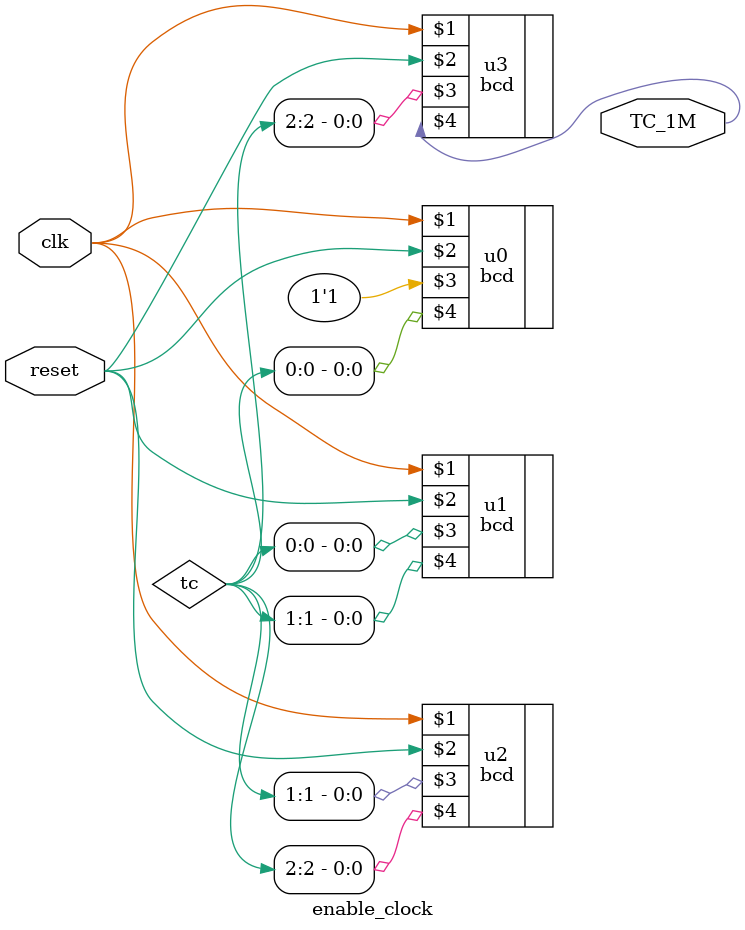
<source format=v>
`timescale 1ns / 1ps


module enable_clock(
    input clk, reset,
    output TC_1M
    );
    wire [2:0] tc;
    bcd u0( clk, reset, 1'b1, tc[0], );
    bcd u1( clk, reset, tc[0], tc[1], );
    bcd u2( clk, reset, tc[1], tc[2], );
    bcd u3( clk, reset, tc[2], TC_1M, );
endmodule
</source>
